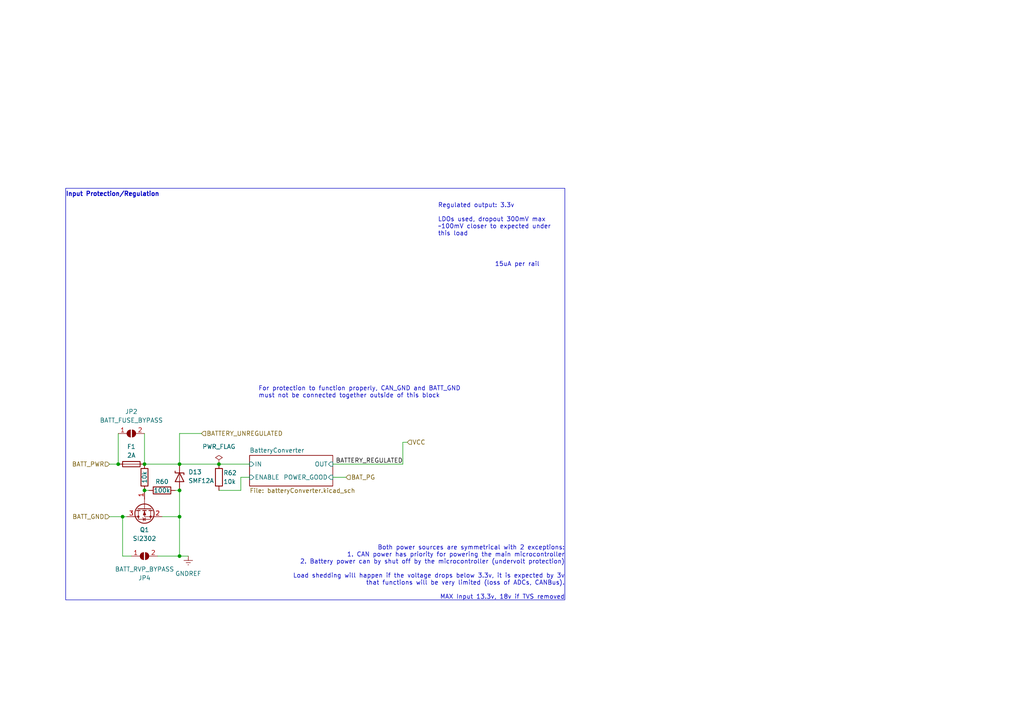
<source format=kicad_sch>
(kicad_sch (version 20250114) (generator "eeschema") (generator_version "9.0")
  (paper "A4")
  (lib_symbols
    (symbol "Device:Fuse" (pin_numbers (hide yes)) (pin_names (offset 0))
      (property "Reference" "F" (at 2.032 0 90))
      (property "Value" "Fuse" (at -1.905 0 90))
      (symbol "Fuse_0_1"
        (rectangle (start -0.762 -2.54) (end 0.762 2.54) (stroke (width 0.254)))
        (polyline (pts (xy 0 2.54) (xy 0 -2.54)))
      )
      (symbol "Fuse_1_1"
        (pin passive line (at 0 3.81 270) (length 1.27) (name "~") (number "1"))
        (pin passive line (at 0 -3.81 90) (length 1.27) (name "~") (number "2"))
      )
    )
    (symbol "Device:Q_NMOS_GSD" (pin_names (offset 0) (hide yes))
      (property "Reference" "Q" (at 5.08 1.27 0))
      (property "Value" "Q_NMOS_GSD" (at 5.08 -1.27 0))
      (symbol "Q_NMOS_GSD_0_1"
        (polyline (pts (xy 0.254 1.905) (xy 0.254 -1.905)) (stroke (width 0.254)))
        (polyline (pts (xy 0.254 0) (xy -2.54 0)))
        (polyline (pts (xy 0.762 2.286) (xy 0.762 1.27)) (stroke (width 0.254)))
        (polyline (pts (xy 0.762 0.508) (xy 0.762 -0.508)) (stroke (width 0.254)))
        (polyline (pts (xy 0.762 -1.27) (xy 0.762 -2.286)) (stroke (width 0.254)))
        (polyline (pts (xy 0.762 -1.778) (xy 3.302 -1.778) (xy 3.302 1.778) (xy 0.762 1.778)))
        (polyline (pts (xy 1.016 0) (xy 2.032 0.381) (xy 2.032 -0.381) (xy 1.016 0)) (fill (type outline)))
        (circle (center 1.651 0) (radius 2.794) (stroke (width 0.254)))
        (polyline (pts (xy 2.54 2.54) (xy 2.54 1.778)))
        (circle (center 2.54 1.778) (radius 0.254) (fill (type outline)))
        (circle (center 2.54 -1.778) (radius 0.254) (fill (type outline)))
        (polyline (pts (xy 2.54 -2.54) (xy 2.54 0) (xy 0.762 0)))
        (polyline (pts (xy 2.794 0.508) (xy 2.921 0.381) (xy 3.683 0.381) (xy 3.81 0.254)))
        (polyline (pts (xy 3.302 0.381) (xy 2.921 -0.254) (xy 3.683 -0.254) (xy 3.302 0.381)))
      )
      (symbol "Q_NMOS_GSD_1_1"
        (pin input line (at -5.08 0 0) (length 2.54) (name "G") (number "1"))
        (pin passive line (at 2.54 5.08 270) (length 2.54) (name "D") (number "3"))
        (pin passive line (at 2.54 -5.08 90) (length 2.54) (name "S") (number "2"))
      )
    )
    (symbol "Jumper:SolderJumper_2_Open" (pin_names (offset 0) (hide yes))
      (property "Reference" "JP" (at 0 2.032 0))
      (property "Value" "SolderJumper_2_Open" (at 0 -2.54 0))
      (symbol "SolderJumper_2_Open_0_1"
        (polyline (pts (xy -0.254 1.016) (xy -0.254 -1.016)))
        (arc (start -0.254 -1.016) (mid -1.2656 0) (end -0.254 1.016))
        (arc (start -0.254 -1.016) (mid -1.2656 0) (end -0.254 1.016) (fill (type outline)))
        (arc (start 0.254 1.016) (mid 1.2656 0) (end 0.254 -1.016))
        (arc (start 0.254 1.016) (mid 1.2656 0) (end 0.254 -1.016) (fill (type outline)))
        (polyline (pts (xy 0.254 1.016) (xy 0.254 -1.016)))
      )
      (symbol "SolderJumper_2_Open_1_1"
        (pin passive line (at -3.81 0 0) (length 2.54) (name "A") (number "1"))
        (pin passive line (at 3.81 0 180) (length 2.54) (name "B") (number "2"))
      )
    )
    (symbol "Library:R" (pin_numbers (hide yes)) (pin_names (offset 0))
      (property "Reference" "R" (at 2.032 0 90))
      (property "Value" "R" (at 0 0 90))
      (symbol "R_0_1"
        (rectangle (start -1.016 -2.54) (end 1.016 2.54) (stroke (width 0.254)))
      )
      (symbol "R_1_1"
        (pin passive line (at 0 3.81 270) (length 1.27) (name "~") (number "1"))
        (pin passive line (at 0 -3.81 90) (length 1.27) (name "~") (number "2"))
      )
    )
    (symbol "Project:D_TVS_SINGLE" (pin_numbers (hide yes)) (pin_names (offset 1.016) (hide yes))
      (property "Reference" "D" (at 0 2.54 0))
      (property "Value" "D_TVS_SINGLE" (at 0 -2.54 0))
      (symbol "D_TVS_SINGLE_0_1"
        (polyline (pts (xy -1.27 0) (xy -1.27 0) (xy 1.27 1.27) (xy 1.27 -1.27) (xy -1.27 0)) (stroke (width 0.254)))
        (polyline (pts (xy -0.762 1.27) (xy -1.27 1.27) (xy -1.27 -1.27) (xy -1.778 -1.27)) (stroke (width 0.254)))
        (polyline (pts (xy 1.27 0) (xy -1.27 0)))
      )
      (symbol "D_TVS_SINGLE_1_1"
        (pin passive line (at -3.81 0 0) (length 2.54) (name "A1") (number "1"))
        (pin passive line (at 3.81 0 180) (length 2.54) (name "A2") (number "2"))
      )
    )
    (symbol "power:GNDREF" (power) (pin_names (offset 0))
      (property "Value" "GNDREF" (at 0 -3.81 0))
      (symbol "GNDREF_0_1"
        (polyline (pts (xy -0.635 -1.905) (xy 0.635 -1.905)))
        (polyline (pts (xy -0.127 -2.54) (xy 0.127 -2.54)))
        (polyline (pts (xy 0 -1.27) (xy 0 0)))
        (polyline (pts (xy 1.27 -1.27) (xy -1.27 -1.27)))
      )
      (symbol "GNDREF_1_1"
        (pin power_in line (at 0 0 270) (length 0) (hide yes) (name "GNDREF") (number "1"))
      )
    )
    (symbol "power:PWR_FLAG" (power) (pin_numbers (hide yes)) (pin_names (offset 0) (hide yes))
      (property "Value" "PWR_FLAG" (at 0 3.81 0))
      (symbol "PWR_FLAG_0_0"
        (pin power_out line (at 0 0 90) (length 0) (name "pwr") (number "1"))
      )
      (symbol "PWR_FLAG_0_1"
        (polyline (pts (xy 0 0) (xy 0 1.27) (xy -1.016 1.905) (xy 0 2.54) (xy 1.016 1.905) (xy 0 1.27)))
      )
    )
  )
  (rectangle (start 19.05 54.61) (end 163.83 173.99))
  (text "Both power sources are symmetrical with 2 exceptions:\n1. CAN power has priority for powering the main microcontroller\n2. Battery power can by shut off by the microcontroller (undervolt protection)\n\nLoad shedding will happen if the voltage drops below 3.3v, it is expected by 3v\nthat functions will be very limited (loss of ADCs, CANBus).\n\nMAX Input 13.3v, 18v if TVS removed" (at 163.83 173.99 0) (effects (font (size 1.27 1.27)) (justify right bottom)))
  (text "15uA per rail" (at 143.51 77.47 0) (effects (font (size 1.27 1.27)) (justify left bottom)))
  (text "Input Protection/Regulation" (at 19.05 57.15 0) (effects (font (size 1.27 1.27) (bold yes)) (justify left bottom)))
  (text "Regulated output: 3.3v\n\nLDOs used, dropout 300mV max\n~100mV closer to expected under\nthis load" (at 127 68.58 0) (effects (font (size 1.27 1.27)) (justify left bottom)))
  (text "For protection to function properly, CAN_GND and BATT_GND \nmust not be connected together outside of this block" (at 74.93 115.57 0) (effects (font (size 1.27 1.27)) (justify left bottom)))
  (junction (at 52.07 134.62))
  (junction (at 34.29 134.62))
  (junction (at 52.07 161.29))
  (junction (at 63.5 134.62))
  (junction (at 52.07 149.86))
  (junction (at 35.56 149.86))
  (junction (at 41.91 142.24))
  (junction (at 52.07 142.24))
  (junction (at 41.91 134.62))
  (wire (pts (xy 58.42 125.73) (xy 52.07 125.73)))
  (wire (pts (xy 52.07 134.62) (xy 63.5 134.62)))
  (wire (pts (xy 35.56 149.86) (xy 35.56 161.29)))
  (wire (pts (xy 54.61 161.29) (xy 52.07 161.29)))
  (wire (pts (xy 34.29 125.73) (xy 34.29 134.62)))
  (wire (pts (xy 31.75 149.86) (xy 35.56 149.86)))
  (wire (pts (xy 63.5 142.24) (xy 69.85 142.24)))
  (wire (pts (xy 41.91 125.73) (xy 41.91 134.62)))
  (wire (pts (xy 41.91 134.62) (xy 52.07 134.62)))
  (wire (pts (xy 69.85 138.43) (xy 72.39 138.43)))
  (wire (pts (xy 52.07 149.86) (xy 52.07 142.24)))
  (wire (pts (xy 63.5 134.62) (xy 72.39 134.62)))
  (wire (pts (xy 41.91 142.24) (xy 43.18 142.24)))
  (wire (pts (xy 34.29 134.62) (xy 31.75 134.62)))
  (wire (pts (xy 96.52 134.62) (xy 116.84 134.62)))
  (wire (pts (xy 52.07 125.73) (xy 52.07 134.62)))
  (wire (pts (xy 38.1 161.29) (xy 35.56 161.29)))
  (wire (pts (xy 116.84 134.62) (xy 116.84 128.27)))
  (wire (pts (xy 45.72 161.29) (xy 52.07 161.29)))
  (wire (pts (xy 52.07 161.29) (xy 52.07 149.86)))
  (wire (pts (xy 116.84 128.27) (xy 118.11 128.27)))
  (wire (pts (xy 69.85 138.43) (xy 69.85 142.24)))
  (wire (pts (xy 50.8 142.24) (xy 52.07 142.24)))
  (wire (pts (xy 35.56 149.86) (xy 36.83 149.86)))
  (wire (pts (xy 96.52 138.43) (xy 100.33 138.43)))
  (wire (pts (xy 46.99 149.86) (xy 52.07 149.86)))
  (label "BATTERY_REGULATED" (at 116.84 134.62 180))
  (hierarchical_label "VCC" (shape input) (at 118.11 128.27 0))
  (hierarchical_label "BATTERY_UNREGULATED" (shape input) (at 58.42 125.73 0))
  (hierarchical_label "BAT_PG" (shape input) (at 100.33 138.43 0))
  (hierarchical_label "BATT_GND" (shape input) (at 31.75 149.86 180))
  (hierarchical_label "BATT_PWR" (shape input) (at 31.75 134.62 180))
  (symbol (lib_id "power:GNDREF") (at 54.61 161.29 0) (unit 1)
    (property "Reference" "#PWR066" (effects (hide yes)))
    (property "Value" "GNDREF" (at 54.61 166.37 0))
  )
  (symbol (lib_id "power:PWR_FLAG") (at 63.5 134.62 0) (unit 1)
    (property "Reference" "#FLG02" (effects (hide yes)))
    (property "Value" "PWR_FLAG" (at 63.5 129.54 0))
  )
  (symbol (lib_id "Library:R") (at 46.99 142.24 90) (unit 1)
    (property "Reference" "R60" (at 46.99 139.7 90))
    (property "Value" "100k" (at 46.99 142.24 90))
    (property "Footprint" "Resistor_SMD:R_0402_1005Metric" (effects (hide yes)))
    (property "MPN" "C25741" (effects (hide yes)))
  )
  (symbol (lib_id "Device:Fuse") (at 38.1 134.62 90) (unit 1)
    (property "Reference" "F1" (at 38.1 129.54 90))
    (property "Value" "2A" (at 38.1 132.08 90))
    (property "Footprint" "Fuse:Fuseholder_Littelfuse_Nano2_154x" (effects (hide yes)))
    (property "Datasheet" "https://datasheet.lcsc.com/lcsc/2304140030_Littelfuse-01550900M_C108518.pdf" (effects (hide yes)))
    (property "MPN" "C108518" (effects (hide yes)))
  )
  (symbol (lib_id "Library:R") (at 63.5 138.43 180) (unit 1)
    (property "Reference" "R62" (at 64.77 137.16 0) (effects (justify right)))
    (property "Value" "10k" (at 64.77 139.7 0) (effects (justify right)))
    (property "Footprint" "Resistor_SMD:R_0402_1005Metric" (effects (hide yes)))
    (property "MPN" "C25744" (effects (hide yes)))
  )
  (symbol (lib_id "Jumper:SolderJumper_2_Open") (at 41.91 161.29 0) (mirror x) (unit 1) (in_bom no)
    (property "Reference" "JP4" (at 41.91 167.64 0))
    (property "Value" "BATT_RVP_BYPASS" (at 41.91 165.1 0))
    (property "Footprint" "Jumper:SolderJumper-2_P1.3mm_Open_TrianglePad1.0x1.5mm" (effects (hide yes)))
  )
  (symbol (lib_id "Jumper:SolderJumper_2_Open") (at 38.1 125.73 0) (unit 1) (in_bom no)
    (property "Reference" "JP2" (at 38.1 119.38 0))
    (property "Value" "BATT_FUSE_BYPASS" (at 38.1 121.92 0))
    (property "Footprint" "Jumper:SolderJumper-2_P1.3mm_Open_TrianglePad1.0x1.5mm" (effects (hide yes)))
  )
  (symbol (lib_id "Device:Q_NMOS_GSD") (at 41.91 147.32 90) (mirror x) (unit 1)
    (property "Reference" "Q1" (at 41.91 153.67 90))
    (property "Value" "SI2302" (at 41.91 156.21 90))
    (property "Footprint" "Package_TO_SOT_SMD:SOT-23" (effects (hide yes)))
    (property "Datasheet" "https://datasheet.lcsc.com/lcsc/1912111437_KEXIN-SI2302_C382300.pdf" (effects (hide yes)))
    (property "MPN" "C382300" (effects (hide yes)))
    (property "JlcRotOffset" "180" (effects (hide yes)))
  )
  (symbol (lib_id "Project:D_TVS_SINGLE") (at 52.07 138.43 270) (unit 1)
    (property "Reference" "D13" (at 54.61 136.906 90) (effects (justify left)))
    (property "Value" "SMF12A" (at 54.61 139.446 90) (effects (justify left)))
    (property "Footprint" "Diode_SMD:D_SOD-123F" (effects (hide yes)))
    (property "Datasheet" "https://datasheet.lcsc.com/lcsc/2304140030_Shandong-Jingdao-Microelectronics-SMF12A_C178259.pdf" (effects (hide yes)))
    (property "MPN" "C178259" (effects (hide yes)))
  )
  (symbol (lib_id "Library:R") (at 41.91 138.43 180) (unit 1)
    (property "Reference" "R58" (effects (hide yes)))
    (property "Value" "10k" (at 41.91 138.43 90))
    (property "Footprint" "Resistor_SMD:R_0402_1005Metric" (effects (hide yes)))
    (property "MPN" "C25744" (effects (hide yes)))
  )
  (sheet (at 72.39 132.08) (size 24.13 8.89) (stroke (width 0.1524))
    (property "Sheetname" "BatteryConverter" (at 72.39 131.3684 0) (effects (justify left bottom)))
    (property "Sheetfile" "batteryConverter.kicad_sch" (at 72.39 141.5546 0) (effects (justify left top)))
    (pin "OUT" input (at 96.52 134.62 0))
    (pin "IN" input (at 72.39 134.62 180))
    (pin "ENABLE" input (at 72.39 138.43 180))
    (pin "POWER_GOOD" input (at 96.52 138.43 0))
  )
)
</source>
